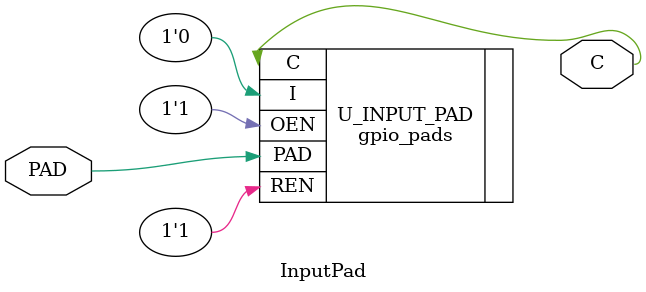
<source format=v>

module InputPad (PAD, C);
inout  PAD ;
output C ;
wire   C;


gpio_pads U_INPUT_PAD (
                                 .I(1'b0), 
                                 .OEN(1'b1), 
                                 .PAD(PAD), 
                                 .C(C), 
                                 .REN(1'b1) 

);

endmodule


</source>
